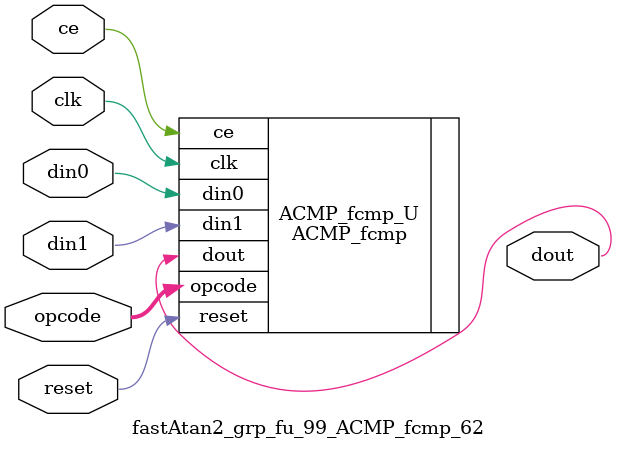
<source format=v>

`timescale 1 ns / 1 ps
module fastAtan2_grp_fu_99_ACMP_fcmp_62(
    clk,
    reset,
    ce,
    din0,
    din1,
    opcode,
    dout);

parameter ID = 32'd1;
parameter NUM_STAGE = 32'd1;
parameter din0_WIDTH = 32'd1;
parameter din1_WIDTH = 32'd1;
parameter dout_WIDTH = 32'd1;
input clk;
input reset;
input ce;
input[din0_WIDTH - 1:0] din0;
input[din1_WIDTH - 1:0] din1;
input[5 - 1:0] opcode;
output[dout_WIDTH - 1:0] dout;



ACMP_fcmp #(
.ID( ID ),
.NUM_STAGE( 3 ),
.din0_WIDTH( din0_WIDTH ),
.din1_WIDTH( din1_WIDTH ),
.dout_WIDTH( dout_WIDTH ))
ACMP_fcmp_U(
    .clk( clk ),
    .reset( reset ),
    .ce( ce ),
    .din0( din0 ),
    .din1( din1 ),
    .dout( dout ),
    .opcode( opcode ));

endmodule

</source>
